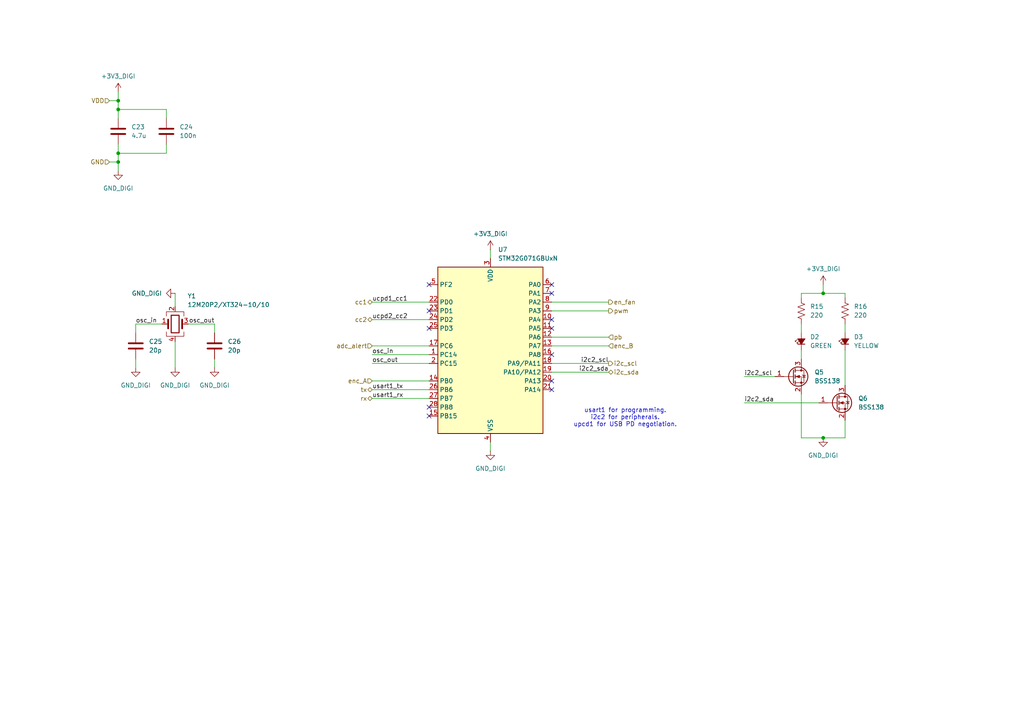
<source format=kicad_sch>
(kicad_sch (version 20231120) (generator "eeschema") (generator_version "8.0")
  (paper "A4")
  (lib_symbols
    (symbol "Device:C" (pin_numbers hide) (pin_names (offset 0.254))
      (property "Reference" "C" (at 0.635 2.54 0))
      (property "Value" "C" (at 0.635 -2.54 0))
      (symbol "C_0_1"
        (polyline (pts (xy -2.032 -0.762) (xy 2.032 -0.762)) (stroke (width 0.508)))
        (polyline (pts (xy -2.032 0.762) (xy 2.032 0.762)) (stroke (width 0.508)))
      )
      (symbol "C_1_1"
        (pin passive line (at 0 3.81 270) (length 2.794) (name "~") (number "1"))
        (pin passive line (at 0 -3.81 90) (length 2.794) (name "~") (number "2"))
      )
    )
    (symbol "Device:Crystal_GND24" (pin_names (offset 1.016) hide)
      (property "Reference" "Y" (at 3.175 5.08 0))
      (property "Value" "Crystal_GND24" (at 3.175 3.175 0))
      (symbol "Crystal_GND24_0_1"
        (rectangle (start -1.143 2.54) (end 1.143 -2.54) (stroke (width 0.3048)))
        (polyline (pts (xy -2.54 0) (xy -2.032 0)))
        (polyline (pts (xy -2.032 -1.27) (xy -2.032 1.27)) (stroke (width 0.508)))
        (polyline (pts (xy 0 -3.81) (xy 0 -3.556)))
        (polyline (pts (xy 0 3.556) (xy 0 3.81)))
        (polyline (pts (xy 2.032 -1.27) (xy 2.032 1.27)) (stroke (width 0.508)))
        (polyline (pts (xy 2.032 0) (xy 2.54 0)))
        (polyline (pts (xy -2.54 -2.286) (xy -2.54 -3.556) (xy 2.54 -3.556) (xy 2.54 -2.286)))
        (polyline (pts (xy -2.54 2.286) (xy -2.54 3.556) (xy 2.54 3.556) (xy 2.54 2.286)))
      )
      (symbol "Crystal_GND24_1_1"
        (pin passive line (at -3.81 0 0) (length 1.27) (name "1") (number "1"))
        (pin passive line (at 0 5.08 270) (length 1.27) (name "2") (number "2"))
        (pin passive line (at 3.81 0 180) (length 1.27) (name "3") (number "3"))
        (pin passive line (at 0 -5.08 90) (length 1.27) (name "4") (number "4"))
      )
    )
    (symbol "Device:LED_Small_Filled" (pin_numbers hide) (pin_names (offset 0.254) hide)
      (property "Reference" "D" (at -1.27 3.175 0))
      (property "Value" "LED_Small_Filled" (at -4.445 -2.54 0))
      (symbol "LED_Small_Filled_0_1"
        (polyline (pts (xy -0.762 -1.016) (xy -0.762 1.016)) (stroke (width 0.254)))
        (polyline (pts (xy 1.016 0) (xy -0.762 0)))
        (polyline (pts (xy 0.762 -1.016) (xy -0.762 0) (xy 0.762 1.016) (xy 0.762 -1.016)) (stroke (width 0.254)) (fill (type outline)))
        (polyline (pts (xy 0 0.762) (xy -0.508 1.27) (xy -0.254 1.27) (xy -0.508 1.27) (xy -0.508 1.016)))
        (polyline (pts (xy 0.508 1.27) (xy 0 1.778) (xy 0.254 1.778) (xy 0 1.778) (xy 0 1.524)))
      )
      (symbol "LED_Small_Filled_1_1"
        (pin passive line (at -2.54 0 0) (length 1.778) (name "K") (number "1"))
        (pin passive line (at 2.54 0 180) (length 1.778) (name "A") (number "2"))
      )
    )
    (symbol "Device:R_US" (pin_numbers hide) (pin_names (offset 0))
      (property "Reference" "R" (at 2.54 0 90))
      (property "Value" "R_US" (at -2.54 0 90))
      (symbol "R_US_0_1"
        (polyline (pts (xy 0 -2.286) (xy 0 -2.54)))
        (polyline (pts (xy 0 2.286) (xy 0 2.54)))
        (polyline (pts (xy 0 -0.762) (xy 1.016 -1.143) (xy 0 -1.524) (xy -1.016 -1.905) (xy 0 -2.286)))
        (polyline (pts (xy 0 0.762) (xy 1.016 0.381) (xy 0 0) (xy -1.016 -0.381) (xy 0 -0.762)))
        (polyline (pts (xy 0 2.286) (xy 1.016 1.905) (xy 0 1.524) (xy -1.016 1.143) (xy 0 0.762)))
      )
      (symbol "R_US_1_1"
        (pin passive line (at 0 3.81 270) (length 1.27) (name "~") (number "1"))
        (pin passive line (at 0 -3.81 90) (length 1.27) (name "~") (number "2"))
      )
    )
    (symbol "MCU_ST_STM32G0:STM32G071GBUxN"
      (property "Reference" "U" (at -15.24 26.67 0))
      (property "Value" "STM32G071GBUxN" (at 2.54 26.67 0))
      (symbol "STM32G071GBUxN_0_1"
        (rectangle (start -15.24 -22.86) (end 15.24 25.4) (stroke (width 0.254)) (fill (type background)))
      )
      (symbol "STM32G071GBUxN_1_1"
        (pin bidirectional line (at -17.78 0 0) (length 2.54) (name "PC14") (number "1"))
        (pin bidirectional line (at 17.78 10.16 180) (length 2.54) (name "PA4") (number "10"))
        (pin bidirectional line (at 17.78 7.62 180) (length 2.54) (name "PA5") (number "11"))
        (pin bidirectional line (at 17.78 5.08 180) (length 2.54) (name "PA6") (number "12"))
        (pin bidirectional line (at 17.78 2.54 180) (length 2.54) (name "PA7") (number "13"))
        (pin bidirectional line (at -17.78 -7.62 0) (length 2.54) (name "PB0") (number "14"))
        (pin bidirectional line (at -17.78 -17.78 0) (length 2.54) (name "PB15") (number "15"))
        (pin bidirectional line (at 17.78 0 180) (length 2.54) (name "PA8") (number "16"))
        (pin bidirectional line (at -17.78 2.54 0) (length 2.54) (name "PC6") (number "17"))
        (pin bidirectional line (at 17.78 -2.54 180) (length 2.54) (name "PA9/PA11") (number "18"))
        (pin bidirectional line (at 17.78 -5.08 180) (length 2.54) (name "PA10/PA12") (number "19"))
        (pin bidirectional line (at -17.78 -2.54 0) (length 2.54) (name "PC15") (number "2"))
        (pin bidirectional line (at 17.78 -7.62 180) (length 2.54) (name "PA13") (number "20"))
        (pin bidirectional line (at 17.78 -10.16 180) (length 2.54) (name "PA14") (number "21"))
        (pin bidirectional line (at -17.78 15.24 0) (length 2.54) (name "PD0") (number "22"))
        (pin bidirectional line (at -17.78 12.7 0) (length 2.54) (name "PD1") (number "23"))
        (pin bidirectional line (at -17.78 10.16 0) (length 2.54) (name "PD2") (number "24"))
        (pin bidirectional line (at -17.78 7.62 0) (length 2.54) (name "PD3") (number "25"))
        (pin bidirectional line (at -17.78 -10.16 0) (length 2.54) (name "PB6") (number "26"))
        (pin bidirectional line (at -17.78 -12.7 0) (length 2.54) (name "PB7") (number "27"))
        (pin bidirectional line (at -17.78 -15.24 0) (length 2.54) (name "PB8") (number "28"))
        (pin power_in line (at 0 27.94 270) (length 2.54) (name "VDD") (number "3"))
        (pin power_in line (at 0 -25.4 90) (length 2.54) (name "VSS") (number "4"))
        (pin bidirectional line (at -17.78 20.32 0) (length 2.54) (name "PF2") (number "5"))
        (pin bidirectional line (at 17.78 20.32 180) (length 2.54) (name "PA0") (number "6"))
        (pin bidirectional line (at 17.78 17.78 180) (length 2.54) (name "PA1") (number "7"))
        (pin bidirectional line (at 17.78 15.24 180) (length 2.54) (name "PA2") (number "8"))
        (pin bidirectional line (at 17.78 12.7 180) (length 2.54) (name "PA3") (number "9"))
      )
    )
    (symbol "Transistor_FET:BSS138" (pin_names hide)
      (property "Reference" "Q" (at 5.08 1.905 0))
      (property "Value" "BSS138" (at 5.08 0 0))
      (symbol "BSS138_0_1"
        (polyline (pts (xy 0.254 0) (xy -2.54 0)))
        (polyline (pts (xy 0.254 1.905) (xy 0.254 -1.905)) (stroke (width 0.254)))
        (polyline (pts (xy 0.762 -1.27) (xy 0.762 -2.286)) (stroke (width 0.254)))
        (polyline (pts (xy 0.762 0.508) (xy 0.762 -0.508)) (stroke (width 0.254)))
        (polyline (pts (xy 0.762 2.286) (xy 0.762 1.27)) (stroke (width 0.254)))
        (polyline (pts (xy 2.54 2.54) (xy 2.54 1.778)))
        (polyline (pts (xy 2.54 -2.54) (xy 2.54 0) (xy 0.762 0)))
        (polyline (pts (xy 0.762 -1.778) (xy 3.302 -1.778) (xy 3.302 1.778) (xy 0.762 1.778)))
        (polyline (pts (xy 1.016 0) (xy 2.032 0.381) (xy 2.032 -0.381) (xy 1.016 0)) (fill (type outline)))
        (polyline (pts (xy 2.794 0.508) (xy 2.921 0.381) (xy 3.683 0.381) (xy 3.81 0.254)))
        (polyline (pts (xy 3.302 0.381) (xy 2.921 -0.254) (xy 3.683 -0.254) (xy 3.302 0.381)))
        (circle (center 1.651 0) (radius 2.794) (stroke (width 0.254)))
        (circle (center 2.54 -1.778) (radius 0.254) (fill (type outline)))
        (circle (center 2.54 1.778) (radius 0.254) (fill (type outline)))
      )
      (symbol "BSS138_1_1"
        (pin input line (at -5.08 0 0) (length 2.54) (name "G") (number "1"))
        (pin passive line (at 2.54 -5.08 90) (length 2.54) (name "S") (number "2"))
        (pin passive line (at 2.54 5.08 270) (length 2.54) (name "D") (number "3"))
      )
    )
    (symbol "power:+3V3" (power) (pin_numbers hide) (pin_names (offset 0) hide)
      (property "Value" "+3V3" (at 0 3.556 0))
      (symbol "+3V3_0_1"
        (polyline (pts (xy -0.762 1.27) (xy 0 2.54)))
        (polyline (pts (xy 0 0) (xy 0 2.54)))
        (polyline (pts (xy 0 2.54) (xy 0.762 1.27)))
      )
      (symbol "+3V3_1_1"
        (pin power_in line (at 0 0 90) (length 0) (name "~") (number "1"))
      )
    )
    (symbol "power:GND" (power) (pin_numbers hide) (pin_names (offset 0) hide)
      (property "Value" "GND" (at 0 -3.81 0))
      (symbol "GND_0_1"
        (polyline (pts (xy 0 0) (xy 0 -1.27) (xy 1.27 -1.27) (xy 0 -2.54) (xy -1.27 -1.27) (xy 0 -1.27)))
      )
      (symbol "GND_1_1"
        (pin power_in line (at 0 0 270) (length 0) (name "~") (number "1"))
      )
    )
  )
  (junction (at 34.29 31.75))
  (junction (at 34.29 44.45))
  (junction (at 34.29 29.21))
  (junction (at 238.76 127))
  (junction (at 238.76 85.09))
  (junction (at 34.29 46.99))
  (no_connect (at 124.46 118.11))
  (no_connect (at 160.02 113.03))
  (no_connect (at 124.46 120.65))
  (no_connect (at 160.02 102.87))
  (no_connect (at 160.02 92.71))
  (no_connect (at 160.02 110.49))
  (no_connect (at 124.46 90.17))
  (no_connect (at 160.02 82.55))
  (no_connect (at 160.02 95.25))
  (no_connect (at 160.02 85.09))
  (no_connect (at 124.46 95.25))
  (no_connect (at 124.46 82.55))
  (wire (pts (xy 232.41 101.6) (xy 232.41 104.14)))
  (wire (pts (xy 48.26 31.75) (xy 48.26 34.29)))
  (wire (pts (xy 160.02 87.63) (xy 176.53 87.63)))
  (wire (pts (xy 34.29 31.75) (xy 48.26 31.75)))
  (wire (pts (xy 107.95 102.87) (xy 124.46 102.87)))
  (wire (pts (xy 215.9 116.84) (xy 237.49 116.84)))
  (wire (pts (xy 50.8 99.06) (xy 50.8 106.68)))
  (wire (pts (xy 34.29 29.21) (xy 34.29 31.75)))
  (wire (pts (xy 245.11 93.98) (xy 245.11 96.52)))
  (wire (pts (xy 46.99 93.98) (xy 39.37 93.98)))
  (wire (pts (xy 232.41 86.36) (xy 232.41 85.09)))
  (wire (pts (xy 142.24 128.27) (xy 142.24 130.81)))
  (wire (pts (xy 245.11 121.92) (xy 245.11 127)))
  (wire (pts (xy 31.75 29.21) (xy 34.29 29.21)))
  (wire (pts (xy 107.95 105.41) (xy 124.46 105.41)))
  (wire (pts (xy 34.29 44.45) (xy 34.29 46.99)))
  (wire (pts (xy 34.29 46.99) (xy 34.29 49.53)))
  (wire (pts (xy 34.29 31.75) (xy 34.29 34.29)))
  (wire (pts (xy 142.24 72.39) (xy 142.24 74.93)))
  (wire (pts (xy 215.9 109.22) (xy 224.79 109.22)))
  (wire (pts (xy 39.37 93.98) (xy 39.37 96.52)))
  (wire (pts (xy 232.41 85.09) (xy 238.76 85.09)))
  (wire (pts (xy 62.23 93.98) (xy 62.23 96.52)))
  (wire (pts (xy 34.29 26.67) (xy 34.29 29.21)))
  (wire (pts (xy 238.76 127) (xy 245.11 127)))
  (wire (pts (xy 238.76 82.55) (xy 238.76 85.09)))
  (wire (pts (xy 54.61 93.98) (xy 62.23 93.98)))
  (wire (pts (xy 34.29 41.91) (xy 34.29 44.45)))
  (wire (pts (xy 39.37 104.14) (xy 39.37 106.68)))
  (wire (pts (xy 160.02 97.79) (xy 176.53 97.79)))
  (wire (pts (xy 107.95 100.33) (xy 124.46 100.33)))
  (wire (pts (xy 245.11 85.09) (xy 245.11 86.36)))
  (wire (pts (xy 107.95 113.03) (xy 124.46 113.03)))
  (wire (pts (xy 238.76 85.09) (xy 245.11 85.09)))
  (wire (pts (xy 62.23 104.14) (xy 62.23 106.68)))
  (wire (pts (xy 232.41 114.3) (xy 232.41 127)))
  (wire (pts (xy 232.41 127) (xy 238.76 127)))
  (wire (pts (xy 50.8 85.09) (xy 50.8 88.9)))
  (wire (pts (xy 124.46 87.63) (xy 107.95 87.63)))
  (wire (pts (xy 160.02 100.33) (xy 176.53 100.33)))
  (wire (pts (xy 160.02 105.41) (xy 176.53 105.41)))
  (wire (pts (xy 232.41 93.98) (xy 232.41 96.52)))
  (wire (pts (xy 48.26 41.91) (xy 48.26 44.45)))
  (wire (pts (xy 124.46 110.49) (xy 107.95 110.49)))
  (wire (pts (xy 160.02 107.95) (xy 176.53 107.95)))
  (wire (pts (xy 107.95 92.71) (xy 124.46 92.71)))
  (wire (pts (xy 34.29 44.45) (xy 48.26 44.45)))
  (wire (pts (xy 245.11 101.6) (xy 245.11 111.76)))
  (wire (pts (xy 31.75 46.99) (xy 34.29 46.99)))
  (wire (pts (xy 107.95 115.57) (xy 124.46 115.57)))
  (wire (pts (xy 160.02 90.17) (xy 176.53 90.17)))
  (text "usart1 for programming.\ni2c2 for peripherals.\nupcd1 for USB PD negotiation." (at 181.356 121.158 0) (effects (font (size 1.27 1.27))))
  (label "usart1_rx" (at 107.95 115.57 0))
  (label "ucpd2_cc2" (at 107.95 92.71 0))
  (label "ucpd1_cc1" (at 107.95 87.63 0))
  (label "osc_in" (at 107.95 102.87 0))
  (label "usart1_tx" (at 107.95 113.03 0))
  (label "osc_out" (at 107.95 105.41 0))
  (label "osc_in" (at 39.37 93.98 0))
  (label "i2c2_sda" (at 215.9 116.84 0))
  (label "i2c2_sda" (at 176.53 107.95 180))
  (label "i2c2_scl" (at 215.9 109.22 0))
  (label "osc_out" (at 62.23 93.98 180))
  (label "i2c2_scl" (at 176.53 105.41 180))
  (hierarchical_label "en_fan" (shape output) (at 176.53 87.63 0))
  (hierarchical_label "pb" (shape input) (at 176.53 97.79 0))
  (hierarchical_label "VDD" (shape input) (at 31.75 29.21 180))
  (hierarchical_label "cc1" (shape bidirectional) (at 107.95 87.63 180))
  (hierarchical_label "GND" (shape input) (at 31.75 46.99 180))
  (hierarchical_label "enc_B" (shape input) (at 176.53 100.33 0))
  (hierarchical_label "enc_A" (shape input) (at 107.95 110.49 180))
  (hierarchical_label "adc_alert" (shape input) (at 107.95 100.33 180))
  (hierarchical_label "i2c_scl" (shape output) (at 176.53 105.41 0))
  (hierarchical_label "rx" (shape bidirectional) (at 107.95 115.57 180))
  (hierarchical_label "pwm" (shape output) (at 176.53 90.17 0))
  (hierarchical_label "cc2" (shape bidirectional) (at 107.95 92.71 180))
  (hierarchical_label "i2c_sda" (shape bidirectional) (at 176.53 107.95 0))
  (hierarchical_label "tx" (shape bidirectional) (at 107.95 113.03 180))
  (symbol (lib_id "Transistor_FET:BSS138") (at 242.57 116.84 0) (unit 1)
    (property "Reference" "Q6" (at 248.92 115.5699 0) (effects (justify left)))
    (property "Value" "BSS138" (at 248.92 118.1099 0) (effects (justify left)))
    (property "Footprint" "Package_TO_SOT_SMD:SOT-23-3" (effects (hide yes)))
    (property "Datasheet" "https://www.onsemi.com/pub/Collateral/BSS138-D.PDF" (effects (hide yes)))
    (property "Description" "50V Vds, 0.22A Id, N-Channel MOSFET, SOT-23" (effects (hide yes)))
  )
  (symbol (lib_id "power:GND") (at 50.8 106.68 0) (unit 1)
    (property "Reference" "#PWR088" (effects (hide yes)))
    (property "Value" "GND_DIGI" (at 50.8 111.76 0))
    (property "Description" "Power symbol creates a global label with name \"GND\" , ground" (effects (hide yes)))
  )
  (symbol (lib_id "Device:R_US") (at 232.41 90.17 0) (unit 1)
    (property "Reference" "R15" (at 234.95 88.8999 0) (effects (justify left)))
    (property "Value" "220" (at 234.95 91.4399 0) (effects (justify left)))
    (property "Footprint" "Resistor_SMD:R_0603_1608Metric_Pad0.98x0.95mm_HandSolder" (effects (hide yes)))
    (property "Description" "Resistor, US symbol" (effects (hide yes)))
  )
  (symbol (lib_id "MCU_ST_STM32G0:STM32G071GBUxN") (at 142.24 102.87 0) (unit 1)
    (property "Reference" "U7" (at 144.4341 72.39 0) (effects (justify left)))
    (property "Value" "STM32G071GBUxN" (at 144.4341 74.93 0) (effects (justify left)))
    (property "Footprint" "Package_DFN_QFN:QFN-28_4x4mm_P0.5mm" (effects (hide yes)))
    (property "Datasheet" "https://www.st.com/resource/en/datasheet/stm32g071gb.pdf" (effects (hide yes)))
    (property "Description" "STMicroelectronics Arm Cortex-M0+ MCU, 128KB flash, 36KB RAM, 64 MHz, 1.7-3.6V, 26 GPIO, UFQFPN28" (effects (hide yes)))
  )
  (symbol (lib_id "Transistor_FET:BSS138") (at 229.87 109.22 0) (unit 1)
    (property "Reference" "Q5" (at 236.22 107.9499 0) (effects (justify left)))
    (property "Value" "BSS138" (at 236.22 110.4899 0) (effects (justify left)))
    (property "Footprint" "Package_TO_SOT_SMD:SOT-23-3" (effects (hide yes)))
    (property "Datasheet" "https://www.onsemi.com/pub/Collateral/BSS138-D.PDF" (effects (hide yes)))
    (property "Description" "50V Vds, 0.22A Id, N-Channel MOSFET, SOT-23" (effects (hide yes)))
  )
  (symbol (lib_id "Device:Crystal_GND24") (at 50.8 93.98 0) (unit 1)
    (property "Reference" "Y1" (at 54.356 85.852 0) (effects (justify left)))
    (property "Value" "12M20P2/XT324-10/10" (at 54.356 88.392 0) (effects (justify left)))
    (property "Footprint" "proj_footprints:YIC_XTAL" (effects (hide yes)))
    (property "Description" "Four pin crystal, GND on pins 2 and 4" (effects (hide yes)))
  )
  (symbol (lib_id "Device:C") (at 34.29 38.1 180) (unit 1)
    (property "Reference" "C23" (at 38.1 36.8299 0) (effects (justify right)))
    (property "Value" "4.7u" (at 38.1 39.3699 0) (effects (justify right)))
    (property "Footprint" "Capacitor_SMD:C_0603_1608Metric_Pad1.08x0.95mm_HandSolder" (effects (hide yes)))
    (property "Description" "Unpolarized capacitor" (effects (hide yes)))
  )
  (symbol (lib_id "power:GND") (at 62.23 106.68 0) (unit 1)
    (property "Reference" "#PWR089" (effects (hide yes)))
    (property "Value" "GND_DIGI" (at 62.23 111.76 0))
    (property "Description" "Power symbol creates a global label with name \"GND\" , ground" (effects (hide yes)))
  )
  (symbol (lib_id "Device:LED_Small_Filled") (at 245.11 99.06 90) (unit 1)
    (property "Reference" "D3" (at 247.65 97.7264 90) (effects (justify right)))
    (property "Value" "YELLOW" (at 247.65 100.2664 90) (effects (justify right)))
    (property "Footprint" "LED_SMD:LED_0603_1608Metric_Pad1.05x0.95mm_HandSolder" (effects (hide yes)))
    (property "Description" "Light emitting diode, small symbol, filled shape" (effects (hide yes)))
  )
  (symbol (lib_id "Device:C") (at 39.37 100.33 180) (unit 1)
    (property "Reference" "C25" (at 43.18 99.0599 0) (effects (justify right)))
    (property "Value" "20p" (at 43.18 101.5999 0) (effects (justify right)))
    (property "Footprint" "Capacitor_SMD:C_0603_1608Metric_Pad1.08x0.95mm_HandSolder" (effects (hide yes)))
    (property "Description" "Unpolarized capacitor" (effects (hide yes)))
  )
  (symbol (lib_id "power:GND") (at 238.76 127 0) (unit 1)
    (property "Reference" "#PWR090" (effects (hide yes)))
    (property "Value" "GND_DIGI" (at 238.76 132.08 0))
    (property "Description" "Power symbol creates a global label with name \"GND\" , ground" (effects (hide yes)))
  )
  (symbol (lib_id "power:GND") (at 142.24 130.81 0) (unit 1)
    (property "Reference" "#PWR091" (effects (hide yes)))
    (property "Value" "GND_DIGI" (at 142.24 135.89 0))
    (property "Description" "Power symbol creates a global label with name \"GND\" , ground" (effects (hide yes)))
  )
  (symbol (lib_id "Device:LED_Small_Filled") (at 232.41 99.06 90) (unit 1)
    (property "Reference" "D2" (at 234.95 97.7264 90) (effects (justify right)))
    (property "Value" "GREEN" (at 234.95 100.2664 90) (effects (justify right)))
    (property "Footprint" "LED_SMD:LED_0603_1608Metric_Pad1.05x0.95mm_HandSolder" (effects (hide yes)))
    (property "Description" "Light emitting diode, small symbol, filled shape" (effects (hide yes)))
  )
  (symbol (lib_id "power:GND") (at 39.37 106.68 0) (unit 1)
    (property "Reference" "#PWR087" (effects (hide yes)))
    (property "Value" "GND_DIGI" (at 39.37 111.76 0))
    (property "Description" "Power symbol creates a global label with name \"GND\" , ground" (effects (hide yes)))
  )
  (symbol (lib_id "Device:R_US") (at 245.11 90.17 0) (unit 1)
    (property "Reference" "R16" (at 247.65 88.8999 0) (effects (justify left)))
    (property "Value" "220" (at 247.65 91.4399 0) (effects (justify left)))
    (property "Footprint" "Resistor_SMD:R_0603_1608Metric_Pad0.98x0.95mm_HandSolder" (effects (hide yes)))
    (property "Description" "Resistor, US symbol" (effects (hide yes)))
  )
  (symbol (lib_id "power:+3V3") (at 238.76 82.55 0) (unit 1)
    (property "Reference" "#PWR085" (effects (hide yes)))
    (property "Value" "+3V3_DIGI" (at 238.76 77.978 0))
    (property "Description" "Power symbol creates a global label with name \"+3V3\"" (effects (hide yes)))
  )
  (symbol (lib_id "power:GND") (at 34.29 49.53 0) (unit 1)
    (property "Reference" "#PWR083" (effects (hide yes)))
    (property "Value" "GND_DIGI" (at 34.29 54.61 0))
    (property "Description" "Power symbol creates a global label with name \"GND\" , ground" (effects (hide yes)))
  )
  (symbol (lib_id "power:+3V3") (at 34.29 26.67 0) (unit 1)
    (property "Reference" "#PWR082" (effects (hide yes)))
    (property "Value" "+3V3_DIGI" (at 34.29 22.098 0))
    (property "Description" "Power symbol creates a global label with name \"+3V3\"" (effects (hide yes)))
  )
  (symbol (lib_id "power:GND") (at 50.8 85.09 270) (mirror x) (unit 1)
    (property "Reference" "#PWR086" (effects (hide yes)))
    (property "Value" "GND_DIGI" (at 46.99 85.0899 90) (effects (justify right)))
    (property "Description" "Power symbol creates a global label with name \"GND\" , ground" (effects (hide yes)))
  )
  (symbol (lib_id "Device:C") (at 62.23 100.33 180) (unit 1)
    (property "Reference" "C26" (at 66.04 99.0599 0) (effects (justify right)))
    (property "Value" "20p" (at 66.04 101.5999 0) (effects (justify right)))
    (property "Footprint" "Capacitor_SMD:C_0603_1608Metric_Pad1.08x0.95mm_HandSolder" (effects (hide yes)))
    (property "Description" "Unpolarized capacitor" (effects (hide yes)))
  )
  (symbol (lib_id "Device:C") (at 48.26 38.1 180) (unit 1)
    (property "Reference" "C24" (at 52.07 36.8299 0) (effects (justify right)))
    (property "Value" "100n" (at 52.07 39.3699 0) (effects (justify right)))
    (property "Footprint" "Capacitor_SMD:C_0603_1608Metric_Pad1.08x0.95mm_HandSolder" (effects (hide yes)))
    (property "Description" "Unpolarized capacitor" (effects (hide yes)))
  )
  (symbol (lib_id "power:+3V3") (at 142.24 72.39 0) (unit 1)
    (property "Reference" "#PWR084" (effects (hide yes)))
    (property "Value" "+3V3_DIGI" (at 142.24 67.818 0))
    (property "Description" "Power symbol creates a global label with name \"+3V3\"" (effects (hide yes)))
  )
)
</source>
